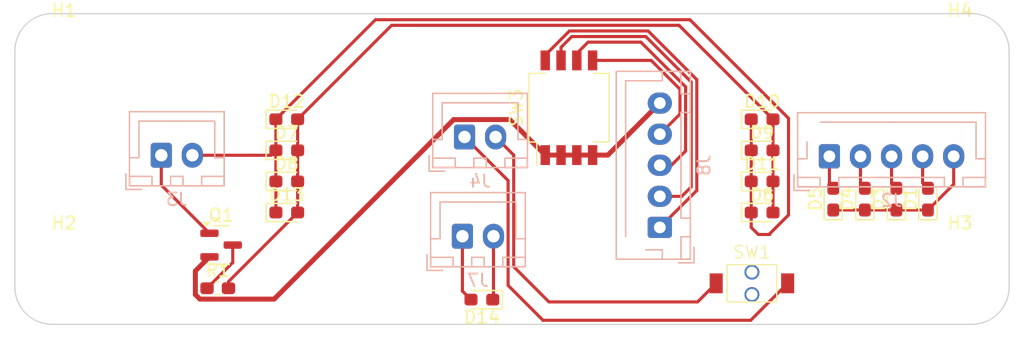
<source format=kicad_pcb>
(kicad_pcb (version 20241229) (generator "pcbnew") (generator_version "9.0")
  (layers (0 "F.Cu" signal) (2 "B.Cu" signal) (13 "F.Paste" user) (15 "B.Paste" user) (5 "F.SilkS" user "F.Silkscreen") (7 "B.SilkS" user "B.Silkscreen") (1 "F.Mask" user) (3 "B.Mask" user) (25 "Edge.Cuts" user))
  (net 0 "")
  (net 1 "Net-(D1-K)")
  (net 2 "Net-(D1-A)")
  (net 3 "+3.3V")
  (net 4 "Net-(D3-A)")
  (net 5 "Net-(D10-K)")
  (net 6 "Net-(D10-A)")
  (net 7 "Net-(D14-A)")
  (net 8 "Net-(D14-K)")
  (net 9 "Net-(D4-A)")
  (net 10 "Net-(D5-A)")
  (net 11 "Net-(J4-Pin_2)")
  (net 12 "Net-(J4-Pin_1)")
  (net 13 "Net-(J8-Pin_2)")
  (net 14 "Net-(J8-Pin_3)")
  (net 15 "Net-(J8-Pin_4)")
  (net 16 "Net-(J8-Pin_1)")
  (net 17 "Net-(J3-Pin_1)")
  (net 18 "Net-(Q1-D)")
  (footprint "LED_SMD:LED_0603_1608Metric_Pad1.05x0.95mm_HandSolder" (layer "F.Cu") (at 127.47 33.925 90)
    (property "Reference" "D1" (at 0 -1.43 90) (layer "F.SilkS"))
    (property "Value" "LED")
    (fp_line (start 0.8 -0.735) (end -1.66 -0.735) (stroke (width 0.12)) (layer "F.SilkS"))
    (fp_line (start -1.66 -0.735) (end -1.66 0.735) (stroke (width 0.12)) (layer "F.SilkS"))
    (fp_line (start -1.66 0.735) (end 0.8 0.735) (stroke (width 0.12)) (layer "F.SilkS"))
    (pad "1" smd roundrect (at -0.875 0 90) (size 1.05 0.95) (layers "F.Cu" "F.Mask" "F.Paste") (net 1 "Net-(D1-K)"))
    (pad "2" smd roundrect (at 0.875 0 90) (size 1.05 0.95) (layers "F.Cu" "F.Mask" "F.Paste") (net 2 "Net-(D1-A)"))
  )
  (footprint "LED_SMD:LED_0603_1608Metric_Pad1.05x0.95mm_HandSolder" (layer "F.Cu") (at 75.875 27.5)
    (property "Reference" "D12" (at 0 -1.43 0) (layer "F.SilkS"))
    (property "Value" "LED")
    (fp_line (start -1.66 -0.735) (end -1.66 0.735) (stroke (width 0.12)) (layer "F.SilkS"))
    (fp_line (start -1.66 0.735) (end 0.8 0.735) (stroke (width 0.12)) (layer "F.SilkS"))
    (fp_line (start 0.8 -0.735) (end -1.66 -0.735) (stroke (width 0.12)) (layer "F.SilkS"))
    (pad "1" smd roundrect (at -0.875 0) (size 1.05 0.95) (layers "F.Cu" "F.Mask" "F.Paste") (net 5 "Net-(D10-K)"))
    (pad "2" smd roundrect (at 0.875 0) (size 1.05 0.95) (layers "F.Cu" "F.Mask" "F.Paste") (net 6 "Net-(D10-A)"))
  )
  (footprint "Capacitor_SMD:C_0603_1608Metric_Pad1.08x0.95mm_HandSolder" (layer "F.Cu") (at 70.3225 41.095)
    (property "Reference" "R1" (at 0 -1.43 0) (layer "F.SilkS"))
    (property "Value" "1k")
    (fp_line (start -0.146267 -0.51) (end 0.146267 -0.51) (stroke (width 0.12)) (layer "F.SilkS"))
    (fp_line (start -0.146267 0.51) (end 0.146267 0.51) (stroke (width 0.12)) (layer "F.SilkS"))
    (pad "1" smd roundrect (at -0.8625 0) (size 1.075 0.95) (layers "F.Cu" "F.Mask" "F.Paste") (net 18 "Net-(Q1-D)"))
    (pad "2" smd roundrect (at 0.8625 0) (size 1.075 0.95) (layers "F.Cu" "F.Mask" "F.Paste") (net 6 "Net-(D10-A)"))
  )
  (footprint "MountingHole:MountingHole_3.2mm_M3" (layer "F.Cu") (at 57.949645 40.050355)
    (property "Reference" "H2" (at 0 -4.2 0) (layer "F.SilkS"))
    (property "Value" "MountingHole")
    (pad "" np_thru_hole circle (at 0 0) (size 3.2 3.2) (drill 3.2) (layers "*.Cu" "*.Mask"))
  )
  (footprint "MountingHole:MountingHole_3.2mm_M3" (layer "F.Cu") (at 57.949645 22.949645)
    (property "Reference" "H1" (at 0 -4.2 0) (layer "F.SilkS"))
    (property "Value" "MountingHole")
    (pad "" np_thru_hole circle (at 0 0) (size 3.2 3.2) (drill 3.2) (layers "*.Cu" "*.Mask"))
  )
  (footprint "GN10_Parts:TVAF" (layer "F.Cu") (at 113.305 40.7)
    (property "Reference" "SW1" (at 0 -2.5 0) (layer "F.SilkS") (effects (font (thickness 0.1))))
    (property "Value" "SW_Push")
    (fp_line (start -2 -1.5) (end 2 -1.5) (stroke (width 0.1)) (layer "F.SilkS"))
    (fp_line (start -2 -1) (end -2 -1.5) (stroke (width 0.1)) (layer "F.SilkS"))
    (fp_line (start -2 1.5) (end -2 -1) (stroke (width 0.1)) (layer "F.SilkS"))
    (fp_line (start 2 -1.5) (end 2 -1) (stroke (width 0.1)) (layer "F.SilkS"))
    (fp_line (start 2 -1) (end 2 1.5) (stroke (width 0.1)) (layer "F.SilkS"))
    (fp_line (start 2 1.5) (end -2 1.5) (stroke (width 0.1)) (layer "F.SilkS"))
    (pad "" thru_hole circle (at 0 -0.9) (size 1.2 1.2) (drill 0.9) (layers "*.Cu" "*.Mask"))
    (pad "" thru_hole circle (at 0 0.9) (size 1.2 1.2) (drill 0.9) (layers "*.Cu" "*.Mask"))
    (pad "1" smd rect (at -2.875 0) (size 1.05 1.6) (layers "F.Cu" "F.Mask" "F.Paste") (net 11 "Net-(J4-Pin_2)"))
    (pad "2" smd rect (at 2.875 0) (size 1.05 1.6) (layers "F.Cu" "F.Mask" "F.Paste") (net 12 "Net-(J4-Pin_1)"))
  )
  (footprint "LED_SMD:LED_0603_1608Metric_Pad1.05x0.95mm_HandSolder" (layer "F.Cu") (at 122.39 33.925 90)
    (property "Reference" "D4" (at 0 -1.43 90) (layer "F.SilkS"))
    (property "Value" "LED")
    (fp_line (start 0.8 -0.735) (end -1.66 -0.735) (stroke (width 0.12)) (layer "F.SilkS"))
    (fp_line (start -1.66 -0.735) (end -1.66 0.735) (stroke (width 0.12)) (layer "F.SilkS"))
    (fp_line (start -1.66 0.735) (end 0.8 0.735) (stroke (width 0.12)) (layer "F.SilkS"))
    (pad "1" smd roundrect (at -0.875 0 90) (size 1.05 0.95) (layers "F.Cu" "F.Mask" "F.Paste") (net 1 "Net-(D1-K)"))
    (pad "2" smd roundrect (at 0.875 0 90) (size 1.05 0.95) (layers "F.Cu" "F.Mask" "F.Paste") (net 9 "Net-(D4-A)"))
  )
  (footprint "Button_Switch_SMD:SW_DIP_SPSTx04_Slide_Copal_CHS-04B_W7.62mm_P1.27mm" (layer "F.Cu") (at 98.58 26.57 90)
    (property "Reference" "SW3" (at 0 -4.235 90) (layer "F.SilkS"))
    (property "Value" "SW_DIP_x04")
    (fp_line (start 2.76 -3.235) (end 2.76 -1.966) (stroke (width 0.12)) (layer "F.SilkS"))
    (fp_line (start -2.76 -3.235) (end 2.76 -3.235) (stroke (width 0.12)) (layer "F.SilkS"))
    (fp_line (start -2.76 -3.235) (end -2.76 -2.585) (stroke (width 0.12)) (layer "F.SilkS"))
    (fp_line (start -4.61 -2.585) (end -2.76 -2.585) (stroke (width 0.12)) (layer "F.SilkS"))
    (fp_line (start 2.76 1.965) (end 2.76 3.235) (stroke (width 0.12)) (layer "F.SilkS"))
    (fp_line (start -2.76 1.965) (end -2.76 3.235) (stroke (width 0.12)) (layer "F.SilkS"))
    (fp_line (start -2.76 3.235) (end 2.76 3.235) (stroke (width 0.12)) (layer "F.SilkS"))
    (pad "1" smd rect (at -3.81 -1.905 90) (size 1.6 0.76) (layers "F.Cu" "F.Mask" "F.Paste") (net 3 "+3.3V"))
    (pad "2" smd rect (at -3.81 -0.635 90) (size 1.6 0.76) (layers "F.Cu" "F.Mask" "F.Paste") (net 3 "+3.3V"))
    (pad "3" smd rect (at -3.81 0.635 90) (size 1.6 0.76) (layers "F.Cu" "F.Mask" "F.Paste") (net 3 "+3.3V"))
    (pad "4" smd rect (at -3.81 1.905 90) (size 1.6 0.76) (layers "F.Cu" "F.Mask" "F.Paste") (net 3 "+3.3V"))
    (pad "5" smd rect (at 3.81 1.905 90) (size 1.6 0.76) (layers "F.Cu" "F.Mask" "F.Paste") (net 15 "Net-(J8-Pin_4)"))
    (pad "6" smd rect (at 3.81 0.635 90) (size 1.6 0.76) (layers "F.Cu" "F.Mask" "F.Paste") (net 14 "Net-(J8-Pin_3)"))
    (pad "7" smd rect (at 3.81 -0.635 90) (size 1.6 0.76) (layers "F.Cu" "F.Mask" "F.Paste") (net 13 "Net-(J8-Pin_2)"))
    (pad "8" smd rect (at 3.81 -1.905 90) (size 1.6 0.76) (layers "F.Cu" "F.Mask" "F.Paste") (net 16 "Net-(J8-Pin_1)"))
  )
  (footprint "MountingHole:MountingHole_3.2mm_M3" (layer "F.Cu") (at 130.050355 22.949645)
    (property "Reference" "H4" (at 0 -4.2 0) (layer "F.SilkS"))
    (property "Value" "MountingHole")
    (pad "" np_thru_hole circle (at 0 0) (size 3.2 3.2) (drill 3.2) (layers "*.Cu" "*.Mask"))
  )
  (footprint "LED_SMD:LED_0603_1608Metric_Pad1.05x0.95mm_HandSolder" (layer "F.Cu") (at 91.575 42.01 180)
    (property "Reference" "D14" (at 0 -1.43 0) (layer "F.SilkS"))
    (property "Value" "LED")
    (fp_line (start 0.8 -0.735) (end -1.66 -0.735) (stroke (width 0.12)) (layer "F.SilkS"))
    (fp_line (start -1.66 0.735) (end 0.8 0.735) (stroke (width 0.12)) (layer "F.SilkS"))
    (fp_line (start -1.66 -0.735) (end -1.66 0.735) (stroke (width 0.12)) (layer "F.SilkS"))
    (pad "1" smd roundrect (at -0.875 0 180) (size 1.05 0.95) (layers "F.Cu" "F.Mask" "F.Paste") (net 8 "Net-(D14-K)"))
    (pad "2" smd roundrect (at 0.875 0 180) (size 1.05 0.95) (layers "F.Cu" "F.Mask" "F.Paste") (net 7 "Net-(D14-A)"))
  )
  (footprint "MountingHole:MountingHole_3.2mm_M3" (layer "F.Cu") (at 130.050355 40.050355)
    (property "Reference" "H3" (at 0 -4.2 0) (layer "F.SilkS"))
    (property "Value" "MountingHole")
    (pad "" np_thru_hole circle (at 0 0) (size 3.2 3.2) (drill 3.2) (layers "*.Cu" "*.Mask"))
  )
  (footprint "LED_SMD:LED_0603_1608Metric_Pad1.05x0.95mm_HandSolder" (layer "F.Cu") (at 75.875 35)
    (property "Reference" "D13" (at 0 -1.43 0) (layer "F.SilkS"))
    (property "Value" "LED")
    (fp_line (start -1.66 -0.735) (end -1.66 0.735) (stroke (width 0.12)) (layer "F.SilkS"))
    (fp_line (start -1.66 0.735) (end 0.8 0.735) (stroke (width 0.12)) (layer "F.SilkS"))
    (fp_line (start 0.8 -0.735) (end -1.66 -0.735) (stroke (width 0.12)) (layer "F.SilkS"))
    (pad "1" smd roundrect (at -0.875 0) (size 1.05 0.95) (layers "F.Cu" "F.Mask" "F.Paste") (net 5 "Net-(D10-K)"))
    (pad "2" smd roundrect (at 0.875 0) (size 1.05 0.95) (layers "F.Cu" "F.Mask" "F.Paste") (net 6 "Net-(D10-A)"))
  )
  (footprint "LED_SMD:LED_0603_1608Metric_Pad1.05x0.95mm_HandSolder" (layer "F.Cu") (at 119.85 33.925 90)
    (property "Reference" "D5" (at 0 -1.43 90) (layer "F.SilkS"))
    (property "Value" "LED")
    (fp_line (start 0.8 -0.735) (end -1.66 -0.735) (stroke (width 0.12)) (layer "F.SilkS"))
    (fp_line (start -1.66 -0.735) (end -1.66 0.735) (stroke (width 0.12)) (layer "F.SilkS"))
    (fp_line (start -1.66 0.735) (end 0.8 0.735) (stroke (width 0.12)) (layer "F.SilkS"))
    (pad "1" smd roundrect (at -0.875 0 90) (size 1.05 0.95) (layers "F.Cu" "F.Mask" "F.Paste") (net 1 "Net-(D1-K)"))
    (pad "2" smd roundrect (at 0.875 0 90) (size 1.05 0.95) (layers "F.Cu" "F.Mask" "F.Paste") (net 10 "Net-(D5-A)"))
  )
  (footprint "LED_SMD:LED_0603_1608Metric_Pad1.05x0.95mm_HandSolder" (layer "F.Cu") (at 114.125 35)
    (property "Reference" "D6" (at 0 -1.43 0) (layer "F.SilkS"))
    (property "Value" "LED")
    (fp_line (start -1.66 -0.735) (end -1.66 0.735) (stroke (width 0.12)) (layer "F.SilkS"))
    (fp_line (start -1.66 0.735) (end 0.8 0.735) (stroke (width 0.12)) (layer "F.SilkS"))
    (fp_line (start 0.8 -0.735) (end -1.66 -0.735) (stroke (width 0.12)) (layer "F.SilkS"))
    (pad "1" smd roundrect (at -0.875 0) (size 1.05 0.95) (layers "F.Cu" "F.Mask" "F.Paste") (net 5 "Net-(D10-K)"))
    (pad "2" smd roundrect (at 0.875 0) (size 1.05 0.95) (layers "F.Cu" "F.Mask" "F.Paste") (net 6 "Net-(D10-A)"))
  )
  (footprint "LED_SMD:LED_0603_1608Metric_Pad1.05x0.95mm_HandSolder" (layer "F.Cu") (at 114.125 32.5)
    (property "Reference" "D11" (at 0 -1.43 0) (layer "F.SilkS"))
    (property "Value" "LED")
    (fp_line (start -1.66 -0.735) (end -1.66 0.735) (stroke (width 0.12)) (layer "F.SilkS"))
    (fp_line (start -1.66 0.735) (end 0.8 0.735) (stroke (width 0.12)) (layer "F.SilkS"))
    (fp_line (start 0.8 -0.735) (end -1.66 -0.735) (stroke (width 0.12)) (layer "F.SilkS"))
    (pad "1" smd roundrect (at -0.875 0) (size 1.05 0.95) (layers "F.Cu" "F.Mask" "F.Paste") (net 5 "Net-(D10-K)"))
    (pad "2" smd roundrect (at 0.875 0) (size 1.05 0.95) (layers "F.Cu" "F.Mask" "F.Paste") (net 6 "Net-(D10-A)"))
  )
  (footprint "LED_SMD:LED_0603_1608Metric_Pad1.05x0.95mm_HandSolder" (layer "F.Cu") (at 114.125 30)
    (property "Reference" "D9" (at 0 -1.43 0) (layer "F.SilkS"))
    (property "Value" "LED")
    (fp_line (start -1.66 -0.735) (end -1.66 0.735) (stroke (width 0.12)) (layer "F.SilkS"))
    (fp_line (start -1.66 0.735) (end 0.8 0.735) (stroke (width 0.12)) (layer "F.SilkS"))
    (fp_line (start 0.8 -0.735) (end -1.66 -0.735) (stroke (width 0.12)) (layer "F.SilkS"))
    (pad "1" smd roundrect (at -0.875 0) (size 1.05 0.95) (layers "F.Cu" "F.Mask" "F.Paste") (net 5 "Net-(D10-K)"))
    (pad "2" smd roundrect (at 0.875 0) (size 1.05 0.95) (layers "F.Cu" "F.Mask" "F.Paste") (net 6 "Net-(D10-A)"))
  )
  (footprint "Package_TO_SOT_SMD:SOT-23" (layer "F.Cu") (at 70.5925 37.62)
    (property "Reference" "Q1" (at 0 -2.4 0) (layer "F.SilkS"))
    (property "Value" "AO3400A")
    (fp_line (start 0 -1.56) (end -0.65 -1.56) (stroke (width 0.12)) (layer "F.SilkS"))
    (fp_line (start 0 -1.56) (end 0.65 -1.56) (stroke (width 0.12)) (layer "F.SilkS"))
    (fp_line (start 0 1.56) (end -0.65 1.56) (stroke (width 0.12)) (layer "F.SilkS"))
    (fp_line (start 0 1.56) (end 0.65 1.56) (stroke (width 0.12)) (layer "F.SilkS"))
    (fp_poly (pts (xy -1.1625 -1.51) (xy -1.4025 -1.84) (xy -0.9225 -1.84) (xy -1.1625 -1.51)) (stroke (width 0.12)) (fill yes) (layer "F.SilkS"))
    (pad "1" smd roundrect (at -0.9375 -0.95) (size 1.475 0.6) (layers "F.Cu" "F.Mask" "F.Paste") (net 17 "Net-(J3-Pin_1)"))
    (pad "2" smd roundrect (at -0.9375 0.95) (size 1.475 0.6) (layers "F.Cu" "F.Mask" "F.Paste") (net 3 "+3.3V"))
    (pad "3" smd roundrect (at 0.9375 0) (size 1.475 0.6) (layers "F.Cu" "F.Mask" "F.Paste") (net 18 "Net-(Q1-D)"))
  )
  (footprint "LED_SMD:LED_0603_1608Metric_Pad1.05x0.95mm_HandSolder" (layer "F.Cu") (at 75.875 30)
    (property "Reference" "D7" (at 0 -1.43 0) (layer "F.SilkS"))
    (property "Value" "LED")
    (fp_line (start -1.66 -0.735) (end -1.66 0.735) (stroke (width 0.12)) (layer "F.SilkS"))
    (fp_line (start -1.66 0.735) (end 0.8 0.735) (stroke (width 0.12)) (layer "F.SilkS"))
    (fp_line (start 0.8 -0.735) (end -1.66 -0.735) (stroke (width 0.12)) (layer "F.SilkS"))
    (pad "1" smd roundrect (at -0.875 0) (size 1.05 0.95) (layers "F.Cu" "F.Mask" "F.Paste") (net 5 "Net-(D10-K)"))
    (pad "2" smd roundrect (at 0.875 0) (size 1.05 0.95) (layers "F.Cu" "F.Mask" "F.Paste") (net 6 "Net-(D10-A)"))
  )
  (footprint "LED_SMD:LED_0603_1608Metric_Pad1.05x0.95mm_HandSolder" (layer "F.Cu") (at 114.125 27.5)
    (property "Reference" "D10" (at 0 -1.43 0) (layer "F.SilkS"))
    (property "Value" "LED")
    (fp_line (start -1.66 -0.735) (end -1.66 0.735) (stroke (width 0.12)) (layer "F.SilkS"))
    (fp_line (start -1.66 0.735) (end 0.8 0.735) (stroke (width 0.12)) (layer "F.SilkS"))
    (fp_line (start 0.8 -0.735) (end -1.66 -0.735) (stroke (width 0.12)) (layer "F.SilkS"))
    (pad "1" smd roundrect (at -0.875 0) (size 1.05 0.95) (layers "F.Cu" "F.Mask" "F.Paste") (net 5 "Net-(D10-K)"))
    (pad "2" smd roundrect (at 0.875 0) (size 1.05 0.95) (layers "F.Cu" "F.Mask" "F.Paste") (net 6 "Net-(D10-A)"))
  )
  (footprint "LED_SMD:LED_0603_1608Metric_Pad1.05x0.95mm_HandSolder" (layer "F.Cu") (at 124.93 33.925 90)
    (property "Reference" "D3" (at 0 -1.43 90) (layer "F.SilkS"))
    (property "Value" "LED")
    (fp_line (start 0.8 -0.735) (end -1.66 -0.735) (stroke (width 0.12)) (layer "F.SilkS"))
    (fp_line (start -1.66 -0.735) (end -1.66 0.735) (stroke (width 0.12)) (layer "F.SilkS"))
    (fp_line (start -1.66 0.735) (end 0.8 0.735) (stroke (width 0.12)) (layer "F.SilkS"))
    (pad "1" smd roundrect (at -0.875 0 90) (size 1.05 0.95) (layers "F.Cu" "F.Mask" "F.Paste") (net 1 "Net-(D1-K)"))
    (pad "2" smd roundrect (at 0.875 0 90) (size 1.05 0.95) (layers "F.Cu" "F.Mask" "F.Paste") (net 4 "Net-(D3-A)"))
  )
  (footprint "LED_SMD:LED_0603_1608Metric_Pad1.05x0.95mm_HandSolder" (layer "F.Cu") (at 75.875 32.5)
    (property "Reference" "D8" (at 0 -1.43 0) (layer "F.SilkS"))
    (property "Value" "LED")
    (fp_line (start -1.66 -0.735) (end -1.66 0.735) (stroke (width 0.12)) (layer "F.SilkS"))
    (fp_line (start -1.66 0.735) (end 0.8 0.735) (stroke (width 0.12)) (layer "F.SilkS"))
    (fp_line (start 0.8 -0.735) (end -1.66 -0.735) (stroke (width 0.12)) (layer "F.SilkS"))
    (pad "1" smd roundrect (at -0.875 0) (size 1.05 0.95) (layers "F.Cu" "F.Mask" "F.Paste") (net 5 "Net-(D10-K)"))
    (pad "2" smd roundrect (at 0.875 0) (size 1.05 0.95) (layers "F.Cu" "F.Mask" "F.Paste") (net 6 "Net-(D10-A)"))
  )
  (footprint "Connector_JST:JST_XH_B5B-XH-AM_1x05_P2.50mm_Vertical" (layer "B.Cu") (at 119.54 30.48)
    (property "Reference" "J2" (at 5 3.55 180) (layer "B.SilkS") (effects (justify mirror)))
    (property "Value" "Conn_01x05")
    (fp_line (start -2.85 2.75) (end -2.85 1.5) (stroke (width 0.12)) (layer "B.SilkS"))
    (fp_line (start -2.56 -3.51) (end 12.56 -3.51) (stroke (width 0.12)) (layer "B.SilkS"))
    (fp_line (start -2.56 2.46) (end -2.56 -3.51) (stroke (width 0.12)) (layer "B.SilkS"))
    (fp_line (start -2.55 0.2) (end -1.8 0.2) (stroke (width 0.12)) (layer "B.SilkS"))
    (fp_line (start -2.55 1.7) (end -0.75 1.7) (stroke (width 0.12)) (layer "B.SilkS"))
    (fp_line (start -2.55 2.45) (end -2.55 1.7) (stroke (width 0.12)) (layer "B.SilkS"))
    (fp_line (start -1.8 0.2) (end -1.8 -1.14) (stroke (width 0.12)) (layer "B.SilkS"))
    (fp_line (start -1.6 2.75) (end -2.85 2.75) (stroke (width 0.12)) (layer "B.SilkS"))
    (fp_line (start -0.75 1.7) (end -0.75 2.45) (stroke (width 0.12)) (layer "B.SilkS"))
    (fp_line (start -0.75 2.45) (end -2.55 2.45) (stroke (width 0.12)) (layer "B.SilkS"))
    (fp_line (start 0.75 1.7) (end 9.25 1.7) (stroke (width 0.12)) (layer "B.SilkS"))
    (fp_line (start 0.75 2.45) (end 0.75 1.7) (stroke (width 0.12)) (layer "B.SilkS"))
    (fp_line (start 5 -2.75) (end -0.74 -2.75) (stroke (width 0.12)) (layer "B.SilkS"))
    (fp_line (start 9.25 1.7) (end 9.25 2.45) (stroke (width 0.12)) (layer "B.SilkS"))
    (fp_line (start 9.25 2.45) (end 0.75 2.45) (stroke (width 0.12)) (layer "B.SilkS"))
    (fp_line (start 10.75 1.7) (end 12.55 1.7) (stroke (width 0.12)) (layer "B.SilkS"))
    (fp_line (start 10.75 2.45) (end 10.75 1.7) (stroke (width 0.12)) (layer "B.SilkS"))
    (fp_line (start 11.8 -2.75) (end 5 -2.75) (stroke (width 0.12)) (layer "B.SilkS"))
    (fp_line (start 11.8 0.2) (end 11.8 -2.75) (stroke (width 0.12)) (layer "B.SilkS"))
    (fp_line (start 12.55 0.2) (end 11.8 0.2) (stroke (width 0.12)) (layer "B.SilkS"))
    (fp_line (start 12.55 1.7) (end 12.55 2.45) (stroke (width 0.12)) (layer "B.SilkS"))
    (fp_line (start 12.55 2.45) (end 10.75 2.45) (stroke (width 0.12)) (layer "B.SilkS"))
    (fp_line (start 12.56 -3.51) (end 12.56 2.46) (stroke (width 0.12)) (layer "B.SilkS"))
    (fp_line (start 12.56 2.46) (end -2.56 2.46) (stroke (width 0.12)) (layer "B.SilkS"))
    (pad "" np_thru_hole circle (at -1.6 -2) (size 1.2 1.2) (drill 1.2) (layers "*.Cu" "*.Mask"))
    (pad "1" thru_hole roundrect (at 0 0) (size 1.7 1.95) (drill 0.95) (layers "*.Cu" "*.Mask") (roundrect_rratio 0.147059) (net 10 "Net-(D5-A)"))
    (pad "2" thru_hole oval (at 2.5 0) (size 1.7 1.95) (drill 0.95) (layers "*.Cu" "*.Mask") (net 9 "Net-(D4-A)"))
    (pad "3" thru_hole oval (at 5 0) (size 1.7 1.95) (drill 0.95) (layers "*.Cu" "*.Mask") (net 4 "Net-(D3-A)"))
    (pad "4" thru_hole oval (at 7.5 0) (size 1.7 1.95) (drill 0.95) (layers "*.Cu" "*.Mask") (net 2 "Net-(D1-A)"))
    (pad "5" thru_hole oval (at 10 0) (size 1.7 1.95) (drill 0.95) (layers "*.Cu" "*.Mask") (net 1 "Net-(D1-K)"))
  )
  (footprint "Connector_JST:JST_XH_B2B-XH-A_1x02_P2.50mm_Vertical" (layer "B.Cu") (at 90.18 28.925)
    (property "Reference" "J4" (at 1.25 3.55 180) (layer "B.SilkS") (effects (justify mirror)))
    (property "Value" "Conn_01x02")
    (fp_line (start -2.85 2.75) (end -2.85 1.5) (stroke (width 0.12)) (layer "B.SilkS"))
    (fp_line (start -2.56 -3.51) (end 5.06 -3.51) (stroke (width 0.12)) (layer "B.SilkS"))
    (fp_line (start -2.56 2.46) (end -2.56 -3.51) (stroke (width 0.12)) (layer "B.SilkS"))
    (fp_line (start -2.55 0.2) (end -1.8 0.2) (stroke (width 0.12)) (layer "B.SilkS"))
    (fp_line (start -2.55 1.7) (end -0.75 1.7) (stroke (width 0.12)) (layer "B.SilkS"))
    (fp_line (start -2.55 2.45) (end -2.55 1.7) (stroke (width 0.12)) (layer "B.SilkS"))
    (fp_line (start -1.8 -2.75) (end 1.25 -2.75) (stroke (width 0.12)) (layer "B.SilkS"))
    (fp_line (start -1.8 0.2) (end -1.8 -2.75) (stroke (width 0.12)) (layer "B.SilkS"))
    (fp_line (start -1.6 2.75) (end -2.85 2.75) (stroke (width 0.12)) (layer "B.SilkS"))
    (fp_line (start -0.75 1.7) (end -0.75 2.45) (stroke (width 0.12)) (layer "B.SilkS"))
    (fp_line (start -0.75 2.45) (end -2.55 2.45) (stroke (width 0.12)) (layer "B.SilkS"))
    (fp_line (start 0.75 1.7) (end 1.75 1.7) (stroke (width 0.12)) (layer "B.SilkS"))
    (fp_line (start 0.75 2.45) (end 0.75 1.7) (stroke (width 0.12)) (layer "B.SilkS"))
    (fp_line (start 1.75 1.7) (end 1.75 2.45) (stroke (width 0.12)) (layer "B.SilkS"))
    (fp_line (start 1.75 2.45) (end 0.75 2.45) (stroke (width 0.12)) (layer "B.SilkS"))
    (fp_line (start 3.25 1.7) (end 5.05 1.7) (stroke (width 0.12)) (layer "B.SilkS"))
    (fp_line (start 3.25 2.45) (end 3.25 1.7) (stroke (width 0.12)) (layer "B.SilkS"))
    (fp_line (start 4.3 -2.75) (end 1.25 -2.75) (stroke (width 0.12)) (layer "B.SilkS"))
    (fp_line (start 4.3 0.2) (end 4.3 -2.75) (stroke (width 0.12)) (layer "B.SilkS"))
    (fp_line (start 5.05 0.2) (end 4.3 0.2) (stroke (width 0.12)) (layer "B.SilkS"))
    (fp_line (start 5.05 1.7) (end 5.05 2.45) (stroke (width 0.12)) (layer "B.SilkS"))
    (fp_line (start 5.05 2.45) (end 3.25 2.45) (stroke (width 0.12)) (layer "B.SilkS"))
    (fp_line (start 5.06 -3.51) (end 5.06 2.46) (stroke (width 0.12)) (layer "B.SilkS"))
    (fp_line (start 5.06 2.46) (end -2.56 2.46) (stroke (width 0.12)) (layer "B.SilkS"))
    (pad "1" thru_hole roundrect (at 0 0) (size 1.7 2) (drill 1) (layers "*.Cu" "*.Mask") (roundrect_rratio 0.147059) (net 12 "Net-(J4-Pin_1)"))
    (pad "2" thru_hole oval (at 2.5 0) (size 1.7 2) (drill 1) (layers "*.Cu" "*.Mask") (net 11 "Net-(J4-Pin_2)"))
  )
  (footprint "Connector_JST:JST_XH_B2B-XH-A_1x02_P2.50mm_Vertical" (layer "B.Cu") (at 90.01 36.91)
    (property "Reference" "J7" (at 1.25 3.55 180) (layer "B.SilkS") (effects (justify mirror)))
    (property "Value" "Conn_01x02")
    (fp_line (start -2.85 2.75) (end -2.85 1.5) (stroke (width 0.12)) (layer "B.SilkS"))
    (fp_line (start -2.56 -3.51) (end 5.06 -3.51) (stroke (width 0.12)) (layer "B.SilkS"))
    (fp_line (start -2.56 2.46) (end -2.56 -3.51) (stroke (width 0.12)) (layer "B.SilkS"))
    (fp_line (start -2.55 0.2) (end -1.8 0.2) (stroke (width 0.12)) (layer "B.SilkS"))
    (fp_line (start -2.55 1.7) (end -0.75 1.7) (stroke (width 0.12)) (layer "B.SilkS"))
    (fp_line (start -2.55 2.45) (end -2.55 1.7) (stroke (width 0.12)) (layer "B.SilkS"))
    (fp_line (start -1.8 -2.75) (end 1.25 -2.75) (stroke (width 0.12)) (layer "B.SilkS"))
    (fp_line (start -1.8 0.2) (end -1.8 -2.75) (stroke (width 0.12)) (layer "B.SilkS"))
    (fp_line (start -1.6 2.75) (end -2.85 2.75) (stroke (width 0.12)) (layer "B.SilkS"))
    (fp_line (start -0.75 1.7) (end -0.75 2.45) (stroke (width 0.12)) (layer "B.SilkS"))
    (fp_line (start -0.75 2.45) (end -2.55 2.45) (stroke (width 0.12)) (layer "B.SilkS"))
    (fp_line (start 0.75 1.7) (end 1.75 1.7) (stroke (width 0.12)) (layer "B.SilkS"))
    (fp_line (start 0.75 2.45) (end 0.75 1.7) (stroke (width 0.12)) (layer "B.SilkS"))
    (fp_line (start 1.75 1.7) (end 1.75 2.45) (stroke (width 0.12)) (layer "B.SilkS"))
    (fp_line (start 1.75 2.45) (end 0.75 2.45) (stroke (width 0.12)) (layer "B.SilkS"))
    (fp_line (start 3.25 1.7) (end 5.05 1.7) (stroke (width 0.12)) (layer "B.SilkS"))
    (fp_line (start 3.25 2.45) (end 3.25 1.7) (stroke (width 0.12)) (layer "B.SilkS"))
    (fp_line (start 4.3 -2.75) (end 1.25 -2.75) (stroke (width 0.12)) (layer "B.SilkS"))
    (fp_line (start 4.3 0.2) (end 4.3 -2.75) (stroke (width 0.12)) (layer "B.SilkS"))
    (fp_line (start 5.05 0.2) (end 4.3 0.2) (stroke (width 0.12)) (layer "B.SilkS"))
    (fp_line (start 5.05 1.7) (end 5.05 2.45) (stroke (width 0.12)) (layer "B.SilkS"))
    (fp_line (start 5.05 2.45) (end 3.25 2.45) (stroke (width 0.12)) (layer "B.SilkS"))
    (fp_line (start 5.06 -3.51) (end 5.06 2.46) (stroke (width 0.12)) (layer "B.SilkS"))
    (fp_line (start 5.06 2.46) (end -2.56 2.46) (stroke (width 0.12)) (layer "B.SilkS"))
    (pad "1" thru_hole roundrect (at 0 0) (size 1.7 2) (drill 1) (layers "*.Cu" "*.Mask") (roundrect_rratio 0.147059) (net 7 "Net-(D14-A)"))
    (pad "2" thru_hole oval (at 2.5 0) (size 1.7 2) (drill 1) (layers "*.Cu" "*.Mask") (net 8 "Net-(D14-K)"))
  )
  (footprint "Connector_JST:JST_XH_B5B-XH-AM_1x05_P2.50mm_Vertical" (layer "B.Cu") (at 105.895 36.2 90)
    (property "Reference" "J8" (at 5 3.55 90) (layer "B.SilkS") (effects (justify mirror)))
    (property "Value" "Conn_01x05")
    (fp_line (start 12.56 -3.51) (end 12.56 2.46) (stroke (width 0.12)) (layer "B.SilkS"))
    (fp_line (start -2.56 -3.51) (end 12.56 -3.51) (stroke (width 0.12)) (layer "B.SilkS"))
    (fp_line (start 11.8 -2.75) (end 5 -2.75) (stroke (width 0.12)) (layer "B.SilkS"))
    (fp_line (start 5 -2.75) (end -0.74 -2.75) (stroke (width 0.12)) (layer "B.SilkS"))
    (fp_line (start 12.55 0.2) (end 11.8 0.2) (stroke (width 0.12)) (layer "B.SilkS"))
    (fp_line (start 11.8 0.2) (end 11.8 -2.75) (stroke (width 0.12)) (layer "B.SilkS"))
    (fp_line (start -1.8 0.2) (end -1.8 -1.14) (stroke (width 0.12)) (layer "B.SilkS"))
    (fp_line (start -2.55 0.2) (end -1.8 0.2) (stroke (width 0.12)) (layer "B.SilkS"))
    (fp_line (start 12.55 1.7) (end 12.55 2.45) (stroke (width 0.12)) (layer "B.SilkS"))
    (fp_line (start 10.75 1.7) (end 12.55 1.7) (stroke (width 0.12)) (layer "B.SilkS"))
    (fp_line (start 9.25 1.7) (end 9.25 2.45) (stroke (width 0.12)) (layer "B.SilkS"))
    (fp_line (start 0.75 1.7) (end 9.25 1.7) (stroke (width 0.12)) (layer "B.SilkS"))
    (fp_line (start -0.75 1.7) (end -0.75 2.45) (stroke (width 0.12)) (layer "B.SilkS"))
    (fp_line (start -2.55 1.7) (end -0.75 1.7) (stroke (width 0.12)) (layer "B.SilkS"))
    (fp_line (start 12.55 2.45) (end 10.75 2.45) (stroke (width 0.12)) (layer "B.SilkS"))
    (fp_line (start 10.75 2.45) (end 10.75 1.7) (stroke (width 0.12)) (layer "B.SilkS"))
    (fp_line (start 9.25 2.45) (end 0.75 2.45) (stroke (width 0.12)) (layer "B.SilkS"))
    (fp_line (start 0.75 2.45) (end 0.75 1.7) (stroke (width 0.12)) (layer "B.SilkS"))
    (fp_line (start -0.75 2.45) (end -2.55 2.45) (stroke (width 0.12)) (layer "B.SilkS"))
    (fp_line (start -2.55 2.45) (end -2.55 1.7) (stroke (width 0.12)) (layer "B.SilkS"))
    (fp_line (start 12.56 2.46) (end -2.56 2.46) (stroke (width 0.12)) (layer "B.SilkS"))
    (fp_line (start -2.56 2.46) (end -2.56 -3.51) (stroke (width 0.12)) (layer "B.SilkS"))
    (fp_line (start -1.6 2.75) (end -2.85 2.75) (stroke (width 0.12)) (layer "B.SilkS"))
    (fp_line (start -2.85 2.75) (end -2.85 1.5) (stroke (width 0.12)) (layer "B.SilkS"))
    (pad "" np_thru_hole circle (at -1.6 -2 90) (size 1.2 1.2) (drill 1.2) (layers "*.Cu" "*.Mask"))
    (pad "1" thru_hole roundrect (at 0 0 90) (size 1.7 1.95) (drill 0.95) (layers "*.Cu" "*.Mask") (roundrect_rratio 0.147059) (net 16 "Net-(J8-Pin_1)"))
    (pad "2" thru_hole oval (at 2.5 0 90) (size 1.7 1.95) (drill 0.95) (layers "*.Cu" "*.Mask") (net 13 "Net-(J8-Pin_2)"))
    (pad "3" thru_hole oval (at 5 0 90) (size 1.7 1.95) (drill 0.95) (layers "*.Cu" "*.Mask") (net 14 "Net-(J8-Pin_3)"))
    (pad "4" thru_hole oval (at 7.5 0 90) (size 1.7 1.95) (drill 0.95) (layers "*.Cu" "*.Mask") (net 15 "Net-(J8-Pin_4)"))
    (pad "5" thru_hole oval (at 10 0 90) (size 1.7 1.95) (drill 0.95) (layers "*.Cu" "*.Mask") (net 3 "+3.3V"))
  )
  (footprint "Connector_JST:JST_XH_B2B-XH-A_1x02_P2.50mm_Vertical" (layer "B.Cu") (at 65.78 30.395)
    (property "Reference" "J3" (at 1.25 3.55 180) (layer "B.SilkS") (effects (justify mirror)))
    (property "Value" "Conn_01x02")
    (fp_line (start -2.85 2.75) (end -2.85 1.5) (stroke (width 0.12)) (layer "B.SilkS"))
    (fp_line (start -2.56 -3.51) (end 5.06 -3.51) (stroke (width 0.12)) (layer "B.SilkS"))
    (fp_line (start -2.56 2.46) (end -2.56 -3.51) (stroke (width 0.12)) (layer "B.SilkS"))
    (fp_line (start -2.55 0.2) (end -1.8 0.2) (stroke (width 0.12)) (layer "B.SilkS"))
    (fp_line (start -2.55 1.7) (end -0.75 1.7) (stroke (width 0.12)) (layer "B.SilkS"))
    (fp_line (start -2.55 2.45) (end -2.55 1.7) (stroke (width 0.12)) (layer "B.SilkS"))
    (fp_line (start -1.8 -2.75) (end 1.25 -2.75) (stroke (width 0.12)) (layer "B.SilkS"))
    (fp_line (start -1.8 0.2) (end -1.8 -2.75) (stroke (width 0.12)) (layer "B.SilkS"))
    (fp_line (start -1.6 2.75) (end -2.85 2.75) (stroke (width 0.12)) (layer "B.SilkS"))
    (fp_line (start -0.75 1.7) (end -0.75 2.45) (stroke (width 0.12)) (layer "B.SilkS"))
    (fp_line (start -0.75 2.45) (end -2.55 2.45) (stroke (width 0.12)) (layer "B.SilkS"))
    (fp_line (start 0.75 1.7) (end 1.75 1.7) (stroke (width 0.12)) (layer "B.SilkS"))
    (fp_line (start 0.75 2.45) (end 0.75 1.7) (stroke (width 0.12)) (layer "B.SilkS"))
    (fp_line (start 1.75 1.7) (end 1.75 2.45) (stroke (width 0.12)) (layer "B.SilkS"))
    (fp_line (start 1.75 2.45) (end 0.75 2.45) (stroke (width 0.12)) (layer "B.SilkS"))
    (fp_line (start 3.25 1.7) (end 5.05 1.7) (stroke (width 0.12)) (layer "B.SilkS"))
    (fp_line (start 3.25 2.45) (end 3.25 1.7) (stroke (width 0.12)) (layer "B.SilkS"))
    (fp_line (start 4.3 -2.75) (end 1.25 -2.75) (stroke (width 0.12)) (layer "B.SilkS"))
    (fp_line (start 4.3 0.2) (end 4.3 -2.75) (stroke (width 0.12)) (layer "B.SilkS"))
    (fp_line (start 5.05 0.2) (end 4.3 0.2) (stroke (width 0.12)) (layer "B.SilkS"))
    (fp_line (start 5.05 1.7) (end 5.05 2.45) (stroke (width 0.12)) (layer "B.SilkS"))
    (fp_line (start 5.05 2.45) (end 3.25 2.45) (stroke (width 0.12)) (layer "B.SilkS"))
    (fp_line (start 5.06 -3.51) (end 5.06 2.46) (stroke (width 0.12)) (layer "B.SilkS"))
    (fp_line (start 5.06 2.46) (end -2.56 2.46) (stroke (width 0.12)) (layer "B.SilkS"))
    (pad "1" thru_hole roundrect (at 0 0) (size 1.7 2) (drill 1) (layers "*.Cu" "*.Mask") (roundrect_rratio 0.147059) (net 17 "Net-(J3-Pin_1)"))
    (pad "2" thru_hole oval (at 2.5 0) (size 1.7 2) (drill 1) (layers "*.Cu" "*.Mask") (net 5 "Net-(D10-K)"))
  )
  (gr_line (start 131 44) (end 57 44) (stroke (width 0.1)) (layer "Edge.Cuts"))
  (gr_line (start 54 41) (end 54 22) (stroke (width 0.1)) (layer "Edge.Cuts"))
  (gr_arc (start 54 22) (mid 54.87868 19.87868) (end 57 19) (stroke (width 0.1)) (layer "Edge.Cuts"))
  (gr_arc (start 57 44) (mid 54.87868 43.12132) (end 54 41) (stroke (width 0.1)) (layer "Edge.Cuts"))
  (gr_arc (start 131 19) (mid 133.12132 19.87868) (end 134 22) (stroke (width 0.1)) (layer "Edge.Cuts"))
  (gr_line (start 57 19) (end 131 19) (stroke (width 0.1)) (layer "Edge.Cuts"))
  (gr_arc (start 134 41) (mid 133.12132 43.12132) (end 131 44) (stroke (width 0.1)) (layer "Edge.Cuts"))
  (gr_line (start 134 22) (end 134 41) (stroke (width 0.1)) (layer "Edge.Cuts"))
  (segment (start 129.54 30.48) (end 129.54 32.73) (width 0.25) (layer "F.Cu") (net 1))
  (segment (start 124.93 34.8) (end 122.39 34.8) (width 0.25) (layer "F.Cu") (net 1))
  (segment (start 122.39 34.8) (end 119.85 34.8) (width 0.25) (layer "F.Cu") (net 1))
  (segment (start 127.47 34.8) (end 124.93 34.8) (width 0.25) (layer "F.Cu") (net 1))
  (segment (start 129.54 32.73) (end 127.47 34.8) (width 0.25) (layer "F.Cu") (net 1))
  (segment (start 127.04 32.62) (end 127.47 33.05) (width 0.25) (layer "F.Cu") (net 2))
  (segment (start 127.04 30.48) (end 127.04 32.62) (width 0.25) (layer "F.Cu") (net 2))
  (segment (start 96.675 30.38) (end 97.945 30.38) (width 0.4) (layer "F.Cu") (net 3))
  (segment (start 101.715 30.38) (end 105.895 26.2) (width 0.4) (layer "F.Cu") (net 3))
  (segment (start 68.888944 41.971) (end 74.85642 41.971) (width 0.4) (layer "F.Cu") (net 3))
  (segment (start 99.215 30.38) (end 100.485 30.38) (width 0.4) (layer "F.Cu") (net 3))
  (segment (start 97.945 30.38) (end 99.215 30.38) (width 0.4) (layer "F.Cu") (net 3))
  (segment (start 68.5215 41.603556) (end 68.888944 41.971) (width 0.4) (layer "F.Cu") (net 3))
  (segment (start 69.655 38.57) (end 68.5215 39.7035) (width 0.4) (layer "F.Cu") (net 3))
  (segment (start 100.485 30.38) (end 101.715 30.38) (width 0.4) (layer "F.Cu") (net 3))
  (segment (start 89.30342 27.524) (end 93.819 27.524) (width 0.4) (layer "F.Cu") (net 3))
  (segment (start 68.5215 39.7035) (end 68.5215 41.603556) (width 0.4) (layer "F.Cu") (net 3))
  (segment (start 74.85642 41.971) (end 89.30342 27.524) (width 0.4) (layer "F.Cu") (net 3))
  (segment (start 93.819 27.524) (end 96.675 30.38) (width 0.4) (layer "F.Cu") (net 3))
  (segment (start 124.54 30.48) (end 124.54 32.66) (width 0.25) (layer "F.Cu") (net 4))
  (segment (start 124.54 32.66) (end 124.93 33.05) (width 0.25) (layer "F.Cu") (net 4))
  (segment (start 114.74 36.71) (end 114.74 36.77) (width 0.25) (layer "F.Cu") (net 5))
  (segment (start 75 27.5) (end 83.011 19.489) (width 0.25) (layer "F.Cu") (net 5))
  (segment (start 113.25 32.5) (end 113.25 30) (width 0.25) (layer "F.Cu") (net 5))
  (segment (start 75 27.5) (end 75 30) (width 0.25) (layer "F.Cu") (net 5))
  (segment (start 75 30) (end 75 32.5) (width 0.25) (layer "F.Cu") (net 5))
  (segment (start 116.25 27.42151) (end 116.25 35.2) (width 0.25) (layer "F.Cu") (net 5))
  (segment (start 116.25 35.2) (end 114.74 36.71) (width 0.25) (layer "F.Cu") (net 5))
  (segment (start 113.25 30) (end 113.25 27.5) (width 0.25) (layer "F.Cu") (net 5))
  (segment (start 108.31749 19.489) (end 116.25 27.42151) (width 0.25) (layer "F.Cu") (net 5))
  (segment (start 113.25 35) (end 113.25 32.5) (width 0.25) (layer "F.Cu") (net 5))
  (segment (start 113.82 36.77) (end 113.25 36.2) (width 0.25) (layer "F.Cu") (net 5))
  (segment (start 83.011 19.489) (end 108.31749 19.489) (width 0.25) (layer "F.Cu") (net 5))
  (segment (start 75 32.5) (end 75 35) (width 0.25) (layer "F.Cu") (net 5))
  (segment (start 113.25 36.2) (end 113.25 35) (width 0.25) (layer "F.Cu") (net 5))
  (segment (start 68.28 30.395) (end 74.605 30.395) (width 0.25) (layer "F.Cu") (net 5))
  (segment (start 114.74 36.77) (end 113.82 36.77) (width 0.25) (layer "F.Cu") (net 5))
  (segment (start 74.605 30.395) (end 75 30) (width 0.25) (layer "F.Cu") (net 5))
  (segment (start 115 27.5) (end 115 30) (width 0.25) (layer "F.Cu") (net 6))
  (segment (start 107.44 19.94) (end 115 27.5) (width 0.25) (layer "F.Cu") (net 6))
  (segment (start 76.75 32.5) (end 76.75 30) (width 0.25) (layer "F.Cu") (net 6))
  (segment (start 76.75 27.5) (end 84.31 19.94) (width 0.25) (layer "F.Cu") (net 6))
  (segment (start 76.75 35) (end 76.75 32.5) (width 0.25) (layer "F.Cu") (net 6))
  (segment (start 76.75 30) (end 76.75 27.5) (width 0.25) (layer "F.Cu") (net 6))
  (segment (start 71.185 40.565) (end 76.75 35) (width 0.25) (layer "F.Cu") (net 6))
  (segment (start 71.185 41.095) (end 71.185 40.565) (width 0.25) (layer "F.Cu") (net 6))
  (segment (start 84.31 19.94) (end 107.44 19.94) (width 0.25) (layer "F.Cu") (net 6))
  (segment (start 115 30) (end 115 32.5) (width 0.25) (layer "F.Cu") (net 6))
  (segment (start 115 32.5) (end 115 35) (width 0.25) (layer "F.Cu") (net 6))
  (segment (start 90.01 41.32) (end 90.7 42.01) (width 0.25) (layer "F.Cu") (net 7))
  (segment (start 90.01 36.91) (end 90.01 41.32) (width 0.25) (layer "F.Cu") (net 7))
  (segment (start 92.51 41.95) (end 92.45 42.01) (width 0.25) (layer "F.Cu") (net 8))
  (segment (start 92.51 36.91) (end 92.51 41.95) (width 0.25) (layer "F.Cu") (net 8))
  (segment (start 122.04 32.7) (end 122.39 33.05) (width 0.25) (layer "F.Cu") (net 9))
  (segment (start 122.04 30.48) (end 122.04 32.7) (width 0.25) (layer "F.Cu") (net 9))
  (segment (start 119.54 32.74) (end 119.85 33.05) (width 0.25) (layer "F.Cu") (net 10))
  (segment (start 119.54 30.48) (end 119.54 32.74) (width 0.25) (layer "F.Cu") (net 10))
  (segment (start 94.137 39.36049) (end 94.137 30.382) (width 0.25) (layer "F.Cu") (net 11))
  (segment (start 94.137 30.382) (end 92.68 28.925) (width 0.25) (layer "F.Cu") (net 11))
  (segment (start 110.43 40.7) (end 108.934 42.196) (width 0.25) (layer "F.Cu") (net 11))
  (segment (start 108.934 42.196) (end 96.97251 42.196) (width 0.25) (layer "F.Cu") (net 11))
  (segment (start 96.97251 42.196) (end 94.137 39.36049) (width 0.25) (layer "F.Cu") (net 11))
  (segment (start 113.206 43.674) (end 96.494 43.674) (width 0.25) (layer "F.Cu") (net 12))
  (segment (start 116.18 40.7) (end 113.206 43.674) (width 0.25) (layer "F.Cu") (net 12))
  (segment (start 96.494 43.674) (end 93.686 40.866) (width 0.25) (layer "F.Cu") (net 12))
  (segment (start 93.686 32.431) (end 90.18 28.925) (width 0.25) (layer "F.Cu") (net 12))
  (segment (start 93.686 40.866) (end 93.686 32.431) (width 0.25) (layer "F.Cu") (net 12))
  (segment (start 108.419 32.94) (end 107.659 33.7) (width 0.25) (layer "F.Cu") (net 13))
  (segment (start 97.945 21.70781) (end 98.81081 20.842) (width 0.25) (layer "F.Cu") (net 13))
  (segment (start 97.945 22.76) (end 97.945 21.70781) (width 0.25) (layer "F.Cu") (net 13))
  (segment (start 104.76419 20.842) (end 108.419 24.49681) (width 0.25) (layer "F.Cu") (net 13))
  (segment (start 98.81081 20.842) (end 104.76419 20.842) (width 0.25) (layer "F.Cu") (net 13))
  (segment (start 108.419 24.49681) (end 108.419 32.94) (width 0.25) (layer "F.Cu") (net 13))
  (segment (start 107.659 33.7) (end 105.895 33.7) (width 0.25) (layer "F.Cu") (net 13))
  (segment (start 99.215 22.198) (end 100.12 21.293) (width 0.25) (layer "F.Cu") (net 14))
  (segment (start 107.968 24.888) (end 107.968 30.052) (width 0.25) (layer "F.Cu") (net 14))
  (segment (start 104.373 21.293) (end 107.968 24.888) (width 0.25) (layer "F.Cu") (net 14))
  (segment (start 107.968 30.052) (end 106.82 31.2) (width 0.25) (layer "F.Cu") (net 14))
  (segment (start 100.12 21.293) (end 104.373 21.293) (width 0.25) (layer "F.Cu") (net 14))
  (segment (start 99.215 22.76) (end 99.215 22.198) (width 0.25) (layer "F.Cu") (net 14))
  (segment (start 106.82 31.2) (end 105.895 31.2) (width 0.25) (layer "F.Cu") (net 14))
  (segment (start 105.197 22.76) (end 107.517 25.08) (width 0.25) (layer "F.Cu") (net 15))
  (segment (start 107.517 25.08) (end 107.517 27.1) (width 0.25) (layer "F.Cu") (net 15))
  (segment (start 107.517 27.1) (end 107.495 27.1) (width 0.25) (layer "F.Cu") (net 15))
  (segment (start 100.485 22.76) (end 105.197 22.76) (width 0.25) (layer "F.Cu") (net 15))
  (segment (start 107.495 27.1) (end 105.895 28.7) (width 0.25) (layer "F.Cu") (net 15))
  (segment (start 98.624 20.391) (end 104.951 20.391) (width 0.25) (layer "F.Cu") (net 16))
  (segment (start 96.675 22.34) (end 98.624 20.391) (width 0.25) (layer "F.Cu") (net 16))
  (segment (start 96.675 22.76) (end 96.675 22.34) (width 0.25) (layer "F.Cu") (net 16))
  (segment (start 108.87 33.225) (end 105.895 36.2) (width 0.25) (layer "F.Cu") (net 16))
  (segment (start 104.951 20.391) (end 108.87 24.31) (width 0.25) (layer "F.Cu") (net 16))
  (segment (start 108.87 24.31) (end 108.87 33.225) (width 0.25) (layer "F.Cu") (net 16))
  (segment (start 65.78 32.795) (end 69.655 36.67) (width 0.25) (layer "F.Cu") (net 17))
  (segment (start 65.78 30.395) (end 65.78 32.795) (width 0.25) (layer "F.Cu") (net 17))
  (segment (start 71.53 39.025) (end 69.46 41.095) (width 0.25) (layer "F.Cu") (net 18))
  (segment (start 71.53 37.62) (end 71.53 39.025) (width 0.25) (layer "F.Cu") (net 18))
)
</source>
